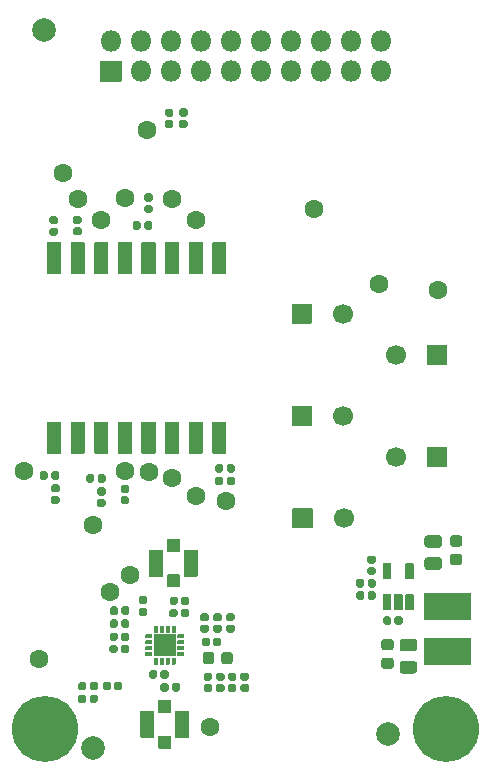
<source format=gts>
G04 #@! TF.GenerationSoftware,KiCad,Pcbnew,(5.1.10)-1*
G04 #@! TF.CreationDate,2021-10-05T13:08:05+05:30*
G04 #@! TF.ProjectId,P-1000072_Cicada Wi-Fi,502d3130-3030-4303-9732-5f4369636164,0.1*
G04 #@! TF.SameCoordinates,PX7cee6c0PY3dfd240*
G04 #@! TF.FileFunction,Soldermask,Top*
G04 #@! TF.FilePolarity,Negative*
%FSLAX46Y46*%
G04 Gerber Fmt 4.6, Leading zero omitted, Abs format (unit mm)*
G04 Created by KiCad (PCBNEW (5.1.10)-1) date 2021-10-05 13:08:05*
%MOMM*%
%LPD*%
G01*
G04 APERTURE LIST*
%ADD10O,1.800000X1.800000*%
%ADD11C,0.550000*%
%ADD12C,1.600000*%
%ADD13C,1.700000*%
%ADD14C,5.600000*%
%ADD15C,2.000000*%
G04 APERTURE END LIST*
G36*
G01*
X-2992740Y-52884900D02*
X-3387740Y-52884900D01*
G75*
G02*
X-3560240Y-52712400I0J172500D01*
G01*
X-3560240Y-52367400D01*
G75*
G02*
X-3387740Y-52194900I172500J0D01*
G01*
X-2992740Y-52194900D01*
G75*
G02*
X-2820240Y-52367400I0J-172500D01*
G01*
X-2820240Y-52712400D01*
G75*
G02*
X-2992740Y-52884900I-172500J0D01*
G01*
G37*
G36*
G01*
X-2992740Y-53854900D02*
X-3387740Y-53854900D01*
G75*
G02*
X-3560240Y-53682400I0J172500D01*
G01*
X-3560240Y-53337400D01*
G75*
G02*
X-3387740Y-53164900I172500J0D01*
G01*
X-2992740Y-53164900D01*
G75*
G02*
X-2820240Y-53337400I0J-172500D01*
G01*
X-2820240Y-53682400D01*
G75*
G02*
X-2992740Y-53854900I-172500J0D01*
G01*
G37*
D10*
X11455400Y1244600D03*
X11455400Y-1295400D03*
X8915400Y1244600D03*
X8915400Y-1295400D03*
X6375400Y1244600D03*
X6375400Y-1295400D03*
X3835400Y1244600D03*
X3835400Y-1295400D03*
X1295400Y1244600D03*
X1295400Y-1295400D03*
X-1244600Y1244600D03*
X-1244600Y-1295400D03*
X-3784600Y1244600D03*
X-3784600Y-1295400D03*
X-6324600Y1244600D03*
X-6324600Y-1295400D03*
X-8864600Y1244600D03*
X-8864600Y-1295400D03*
X-11404600Y1244600D03*
G36*
G01*
X-12254600Y-395400D02*
X-10554600Y-395400D01*
G75*
G02*
X-10504600Y-445400I0J-50000D01*
G01*
X-10504600Y-2145400D01*
G75*
G02*
X-10554600Y-2195400I-50000J0D01*
G01*
X-12254600Y-2195400D01*
G75*
G02*
X-12304600Y-2145400I0J50000D01*
G01*
X-12304600Y-445400D01*
G75*
G02*
X-12254600Y-395400I50000J0D01*
G01*
G37*
D11*
X-6387680Y-49430520D03*
X-7287680Y-49430520D03*
X-7287680Y-50330520D03*
X-6387680Y-50330520D03*
X-6837680Y-49880520D03*
G36*
G01*
X-5937680Y-50830520D02*
X-7737680Y-50830520D01*
G75*
G02*
X-7787680Y-50780520I0J50000D01*
G01*
X-7787680Y-48980520D01*
G75*
G02*
X-7737680Y-48930520I50000J0D01*
G01*
X-5937680Y-48930520D01*
G75*
G02*
X-5887680Y-48980520I0J-50000D01*
G01*
X-5887680Y-50780520D01*
G75*
G02*
X-5937680Y-50830520I-50000J0D01*
G01*
G37*
G36*
G01*
X-6262680Y-48780520D02*
X-6262680Y-48280520D01*
G75*
G02*
X-6212680Y-48230520I50000J0D01*
G01*
X-5962680Y-48230520D01*
G75*
G02*
X-5912680Y-48280520I0J-50000D01*
G01*
X-5912680Y-48780520D01*
G75*
G02*
X-5962680Y-48830520I-50000J0D01*
G01*
X-6212680Y-48830520D01*
G75*
G02*
X-6262680Y-48780520I0J50000D01*
G01*
G37*
G36*
G01*
X-6762680Y-48780520D02*
X-6762680Y-48280520D01*
G75*
G02*
X-6712680Y-48230520I50000J0D01*
G01*
X-6462680Y-48230520D01*
G75*
G02*
X-6412680Y-48280520I0J-50000D01*
G01*
X-6412680Y-48780520D01*
G75*
G02*
X-6462680Y-48830520I-50000J0D01*
G01*
X-6712680Y-48830520D01*
G75*
G02*
X-6762680Y-48780520I0J50000D01*
G01*
G37*
G36*
G01*
X-7762680Y-51480520D02*
X-7762680Y-50980520D01*
G75*
G02*
X-7712680Y-50930520I50000J0D01*
G01*
X-7462680Y-50930520D01*
G75*
G02*
X-7412680Y-50980520I0J-50000D01*
G01*
X-7412680Y-51480520D01*
G75*
G02*
X-7462680Y-51530520I-50000J0D01*
G01*
X-7712680Y-51530520D01*
G75*
G02*
X-7762680Y-51480520I0J50000D01*
G01*
G37*
G36*
G01*
X-7937680Y-49805520D02*
X-8437680Y-49805520D01*
G75*
G02*
X-8487680Y-49755520I0J50000D01*
G01*
X-8487680Y-49505520D01*
G75*
G02*
X-8437680Y-49455520I50000J0D01*
G01*
X-7937680Y-49455520D01*
G75*
G02*
X-7887680Y-49505520I0J-50000D01*
G01*
X-7887680Y-49755520D01*
G75*
G02*
X-7937680Y-49805520I-50000J0D01*
G01*
G37*
G36*
G01*
X-7762680Y-48780520D02*
X-7762680Y-48280520D01*
G75*
G02*
X-7712680Y-48230520I50000J0D01*
G01*
X-7462680Y-48230520D01*
G75*
G02*
X-7412680Y-48280520I0J-50000D01*
G01*
X-7412680Y-48780520D01*
G75*
G02*
X-7462680Y-48830520I-50000J0D01*
G01*
X-7712680Y-48830520D01*
G75*
G02*
X-7762680Y-48780520I0J50000D01*
G01*
G37*
G36*
G01*
X-5237680Y-49305520D02*
X-5737680Y-49305520D01*
G75*
G02*
X-5787680Y-49255520I0J50000D01*
G01*
X-5787680Y-49005520D01*
G75*
G02*
X-5737680Y-48955520I50000J0D01*
G01*
X-5237680Y-48955520D01*
G75*
G02*
X-5187680Y-49005520I0J-50000D01*
G01*
X-5187680Y-49255520D01*
G75*
G02*
X-5237680Y-49305520I-50000J0D01*
G01*
G37*
G36*
G01*
X-7937680Y-50805520D02*
X-8437680Y-50805520D01*
G75*
G02*
X-8487680Y-50755520I0J50000D01*
G01*
X-8487680Y-50505520D01*
G75*
G02*
X-8437680Y-50455520I50000J0D01*
G01*
X-7937680Y-50455520D01*
G75*
G02*
X-7887680Y-50505520I0J-50000D01*
G01*
X-7887680Y-50755520D01*
G75*
G02*
X-7937680Y-50805520I-50000J0D01*
G01*
G37*
G36*
G01*
X-7262680Y-48780520D02*
X-7262680Y-48280520D01*
G75*
G02*
X-7212680Y-48230520I50000J0D01*
G01*
X-6962680Y-48230520D01*
G75*
G02*
X-6912680Y-48280520I0J-50000D01*
G01*
X-6912680Y-48780520D01*
G75*
G02*
X-6962680Y-48830520I-50000J0D01*
G01*
X-7212680Y-48830520D01*
G75*
G02*
X-7262680Y-48780520I0J50000D01*
G01*
G37*
G36*
G01*
X-7937680Y-50305520D02*
X-8437680Y-50305520D01*
G75*
G02*
X-8487680Y-50255520I0J50000D01*
G01*
X-8487680Y-50005520D01*
G75*
G02*
X-8437680Y-49955520I50000J0D01*
G01*
X-7937680Y-49955520D01*
G75*
G02*
X-7887680Y-50005520I0J-50000D01*
G01*
X-7887680Y-50255520D01*
G75*
G02*
X-7937680Y-50305520I-50000J0D01*
G01*
G37*
G36*
G01*
X-7937680Y-49305520D02*
X-8437680Y-49305520D01*
G75*
G02*
X-8487680Y-49255520I0J50000D01*
G01*
X-8487680Y-49005520D01*
G75*
G02*
X-8437680Y-48955520I50000J0D01*
G01*
X-7937680Y-48955520D01*
G75*
G02*
X-7887680Y-49005520I0J-50000D01*
G01*
X-7887680Y-49255520D01*
G75*
G02*
X-7937680Y-49305520I-50000J0D01*
G01*
G37*
G36*
G01*
X-6912680Y-50980520D02*
X-6912680Y-51480520D01*
G75*
G02*
X-6962680Y-51530520I-50000J0D01*
G01*
X-7212680Y-51530520D01*
G75*
G02*
X-7262680Y-51480520I0J50000D01*
G01*
X-7262680Y-50980520D01*
G75*
G02*
X-7212680Y-50930520I50000J0D01*
G01*
X-6962680Y-50930520D01*
G75*
G02*
X-6912680Y-50980520I0J-50000D01*
G01*
G37*
G36*
G01*
X-5237680Y-50805520D02*
X-5737680Y-50805520D01*
G75*
G02*
X-5787680Y-50755520I0J50000D01*
G01*
X-5787680Y-50505520D01*
G75*
G02*
X-5737680Y-50455520I50000J0D01*
G01*
X-5237680Y-50455520D01*
G75*
G02*
X-5187680Y-50505520I0J-50000D01*
G01*
X-5187680Y-50755520D01*
G75*
G02*
X-5237680Y-50805520I-50000J0D01*
G01*
G37*
G36*
G01*
X-5237680Y-50305520D02*
X-5737680Y-50305520D01*
G75*
G02*
X-5787680Y-50255520I0J50000D01*
G01*
X-5787680Y-50005520D01*
G75*
G02*
X-5737680Y-49955520I50000J0D01*
G01*
X-5237680Y-49955520D01*
G75*
G02*
X-5187680Y-50005520I0J-50000D01*
G01*
X-5187680Y-50255520D01*
G75*
G02*
X-5237680Y-50305520I-50000J0D01*
G01*
G37*
G36*
G01*
X-5237680Y-49805520D02*
X-5737680Y-49805520D01*
G75*
G02*
X-5787680Y-49755520I0J50000D01*
G01*
X-5787680Y-49505520D01*
G75*
G02*
X-5737680Y-49455520I50000J0D01*
G01*
X-5237680Y-49455520D01*
G75*
G02*
X-5187680Y-49505520I0J-50000D01*
G01*
X-5187680Y-49755520D01*
G75*
G02*
X-5237680Y-49805520I-50000J0D01*
G01*
G37*
G36*
G01*
X-6262680Y-51480520D02*
X-6262680Y-50980520D01*
G75*
G02*
X-6212680Y-50930520I50000J0D01*
G01*
X-5962680Y-50930520D01*
G75*
G02*
X-5912680Y-50980520I0J-50000D01*
G01*
X-5912680Y-51480520D01*
G75*
G02*
X-5962680Y-51530520I-50000J0D01*
G01*
X-6212680Y-51530520D01*
G75*
G02*
X-6262680Y-51480520I0J50000D01*
G01*
G37*
G36*
G01*
X-6762680Y-51480520D02*
X-6762680Y-50980520D01*
G75*
G02*
X-6712680Y-50930520I50000J0D01*
G01*
X-6462680Y-50930520D01*
G75*
G02*
X-6412680Y-50980520I0J-50000D01*
G01*
X-6412680Y-51480520D01*
G75*
G02*
X-6462680Y-51530520I-50000J0D01*
G01*
X-6712680Y-51530520D01*
G75*
G02*
X-6762680Y-51480520I0J50000D01*
G01*
G37*
G36*
G01*
X-10840880Y-49997980D02*
X-10840880Y-50392980D01*
G75*
G02*
X-11013380Y-50565480I-172500J0D01*
G01*
X-11358380Y-50565480D01*
G75*
G02*
X-11530880Y-50392980I0J172500D01*
G01*
X-11530880Y-49997980D01*
G75*
G02*
X-11358380Y-49825480I172500J0D01*
G01*
X-11013380Y-49825480D01*
G75*
G02*
X-10840880Y-49997980I0J-172500D01*
G01*
G37*
G36*
G01*
X-9870880Y-49997980D02*
X-9870880Y-50392980D01*
G75*
G02*
X-10043380Y-50565480I-172500J0D01*
G01*
X-10388380Y-50565480D01*
G75*
G02*
X-10560880Y-50392980I0J172500D01*
G01*
X-10560880Y-49997980D01*
G75*
G02*
X-10388380Y-49825480I172500J0D01*
G01*
X-10043380Y-49825480D01*
G75*
G02*
X-9870880Y-49997980I0J-172500D01*
G01*
G37*
G36*
G01*
X-945500Y-52880100D02*
X-1340500Y-52880100D01*
G75*
G02*
X-1513000Y-52707600I0J172500D01*
G01*
X-1513000Y-52362600D01*
G75*
G02*
X-1340500Y-52190100I172500J0D01*
G01*
X-945500Y-52190100D01*
G75*
G02*
X-773000Y-52362600I0J-172500D01*
G01*
X-773000Y-52707600D01*
G75*
G02*
X-945500Y-52880100I-172500J0D01*
G01*
G37*
G36*
G01*
X-945500Y-53850100D02*
X-1340500Y-53850100D01*
G75*
G02*
X-1513000Y-53677600I0J172500D01*
G01*
X-1513000Y-53332600D01*
G75*
G02*
X-1340500Y-53160100I172500J0D01*
G01*
X-945500Y-53160100D01*
G75*
G02*
X-773000Y-53332600I0J-172500D01*
G01*
X-773000Y-53677600D01*
G75*
G02*
X-945500Y-53850100I-172500J0D01*
G01*
G37*
D12*
X-12893040Y-39702740D03*
D13*
X8280400Y-30457140D03*
G36*
G01*
X3930400Y-31257140D02*
X3930400Y-29657140D01*
G75*
G02*
X3980400Y-29607140I50000J0D01*
G01*
X5580400Y-29607140D01*
G75*
G02*
X5630400Y-29657140I0J-50000D01*
G01*
X5630400Y-31257140D01*
G75*
G02*
X5580400Y-31307140I-50000J0D01*
G01*
X3980400Y-31307140D01*
G75*
G02*
X3930400Y-31257140I0J50000D01*
G01*
G37*
X8239760Y-21798280D03*
G36*
G01*
X3889760Y-22598280D02*
X3889760Y-20998280D01*
G75*
G02*
X3939760Y-20948280I50000J0D01*
G01*
X5539760Y-20948280D01*
G75*
G02*
X5589760Y-20998280I0J-50000D01*
G01*
X5589760Y-22598280D01*
G75*
G02*
X5539760Y-22648280I-50000J0D01*
G01*
X3939760Y-22648280D01*
G75*
G02*
X3889760Y-22598280I0J50000D01*
G01*
G37*
G36*
G01*
X-11402500Y-53132340D02*
X-11402500Y-53527340D01*
G75*
G02*
X-11575000Y-53699840I-172500J0D01*
G01*
X-11920000Y-53699840D01*
G75*
G02*
X-12092500Y-53527340I0J172500D01*
G01*
X-12092500Y-53132340D01*
G75*
G02*
X-11920000Y-52959840I172500J0D01*
G01*
X-11575000Y-52959840D01*
G75*
G02*
X-11402500Y-53132340I0J-172500D01*
G01*
G37*
G36*
G01*
X-10432500Y-53132340D02*
X-10432500Y-53527340D01*
G75*
G02*
X-10605000Y-53699840I-172500J0D01*
G01*
X-10950000Y-53699840D01*
G75*
G02*
X-11122500Y-53527340I0J172500D01*
G01*
X-11122500Y-53132340D01*
G75*
G02*
X-10950000Y-52959840I172500J0D01*
G01*
X-10605000Y-52959840D01*
G75*
G02*
X-10432500Y-53132340I0J-172500D01*
G01*
G37*
G36*
G01*
X-16438260Y-14531500D02*
X-16043260Y-14531500D01*
G75*
G02*
X-15870760Y-14704000I0J-172500D01*
G01*
X-15870760Y-15049000D01*
G75*
G02*
X-16043260Y-15221500I-172500J0D01*
G01*
X-16438260Y-15221500D01*
G75*
G02*
X-16610760Y-15049000I0J172500D01*
G01*
X-16610760Y-14704000D01*
G75*
G02*
X-16438260Y-14531500I172500J0D01*
G01*
G37*
G36*
G01*
X-16438260Y-13561500D02*
X-16043260Y-13561500D01*
G75*
G02*
X-15870760Y-13734000I0J-172500D01*
G01*
X-15870760Y-14079000D01*
G75*
G02*
X-16043260Y-14251500I-172500J0D01*
G01*
X-16438260Y-14251500D01*
G75*
G02*
X-16610760Y-14079000I0J172500D01*
G01*
X-16610760Y-13734000D01*
G75*
G02*
X-16438260Y-13561500I172500J0D01*
G01*
G37*
G36*
G01*
X-14449440Y-14496220D02*
X-14054440Y-14496220D01*
G75*
G02*
X-13881940Y-14668720I0J-172500D01*
G01*
X-13881940Y-15013720D01*
G75*
G02*
X-14054440Y-15186220I-172500J0D01*
G01*
X-14449440Y-15186220D01*
G75*
G02*
X-14621940Y-15013720I0J172500D01*
G01*
X-14621940Y-14668720D01*
G75*
G02*
X-14449440Y-14496220I172500J0D01*
G01*
G37*
G36*
G01*
X-14449440Y-13526220D02*
X-14054440Y-13526220D01*
G75*
G02*
X-13881940Y-13698720I0J-172500D01*
G01*
X-13881940Y-14043720D01*
G75*
G02*
X-14054440Y-14216220I-172500J0D01*
G01*
X-14449440Y-14216220D01*
G75*
G02*
X-14621940Y-14043720I0J172500D01*
G01*
X-14621940Y-13698720D01*
G75*
G02*
X-14449440Y-13526220I172500J0D01*
G01*
G37*
G36*
G01*
X-10415920Y-37272120D02*
X-10020920Y-37272120D01*
G75*
G02*
X-9848420Y-37444620I0J-172500D01*
G01*
X-9848420Y-37789620D01*
G75*
G02*
X-10020920Y-37962120I-172500J0D01*
G01*
X-10415920Y-37962120D01*
G75*
G02*
X-10588420Y-37789620I0J172500D01*
G01*
X-10588420Y-37444620D01*
G75*
G02*
X-10415920Y-37272120I172500J0D01*
G01*
G37*
G36*
G01*
X-10415920Y-36302120D02*
X-10020920Y-36302120D01*
G75*
G02*
X-9848420Y-36474620I0J-172500D01*
G01*
X-9848420Y-36819620D01*
G75*
G02*
X-10020920Y-36992120I-172500J0D01*
G01*
X-10415920Y-36992120D01*
G75*
G02*
X-10588420Y-36819620I0J172500D01*
G01*
X-10588420Y-36474620D01*
G75*
G02*
X-10415920Y-36302120I172500J0D01*
G01*
G37*
G36*
G01*
X-13192320Y-53532420D02*
X-13192320Y-53137420D01*
G75*
G02*
X-13019820Y-52964920I172500J0D01*
G01*
X-12674820Y-52964920D01*
G75*
G02*
X-12502320Y-53137420I0J-172500D01*
G01*
X-12502320Y-53532420D01*
G75*
G02*
X-12674820Y-53704920I-172500J0D01*
G01*
X-13019820Y-53704920D01*
G75*
G02*
X-13192320Y-53532420I0J172500D01*
G01*
G37*
G36*
G01*
X-14162320Y-53532420D02*
X-14162320Y-53137420D01*
G75*
G02*
X-13989820Y-52964920I172500J0D01*
G01*
X-13644820Y-52964920D01*
G75*
G02*
X-13472320Y-53137420I0J-172500D01*
G01*
X-13472320Y-53532420D01*
G75*
G02*
X-13644820Y-53704920I-172500J0D01*
G01*
X-13989820Y-53704920D01*
G75*
G02*
X-14162320Y-53532420I0J172500D01*
G01*
G37*
G36*
G01*
X-5753400Y-45933980D02*
X-5753400Y-46328980D01*
G75*
G02*
X-5925900Y-46501480I-172500J0D01*
G01*
X-6270900Y-46501480D01*
G75*
G02*
X-6443400Y-46328980I0J172500D01*
G01*
X-6443400Y-45933980D01*
G75*
G02*
X-6270900Y-45761480I172500J0D01*
G01*
X-5925900Y-45761480D01*
G75*
G02*
X-5753400Y-45933980I0J-172500D01*
G01*
G37*
G36*
G01*
X-4783400Y-45933980D02*
X-4783400Y-46328980D01*
G75*
G02*
X-4955900Y-46501480I-172500J0D01*
G01*
X-5300900Y-46501480D01*
G75*
G02*
X-5473400Y-46328980I0J172500D01*
G01*
X-5473400Y-45933980D01*
G75*
G02*
X-5300900Y-45761480I172500J0D01*
G01*
X-4955900Y-45761480D01*
G75*
G02*
X-4783400Y-45933980I0J-172500D01*
G01*
G37*
G36*
G01*
X-8422020Y-12601380D02*
X-8027020Y-12601380D01*
G75*
G02*
X-7854520Y-12773880I0J-172500D01*
G01*
X-7854520Y-13118880D01*
G75*
G02*
X-8027020Y-13291380I-172500J0D01*
G01*
X-8422020Y-13291380D01*
G75*
G02*
X-8594520Y-13118880I0J172500D01*
G01*
X-8594520Y-12773880D01*
G75*
G02*
X-8422020Y-12601380I172500J0D01*
G01*
G37*
G36*
G01*
X-8422020Y-11631380D02*
X-8027020Y-11631380D01*
G75*
G02*
X-7854520Y-11803880I0J-172500D01*
G01*
X-7854520Y-12148880D01*
G75*
G02*
X-8027020Y-12321380I-172500J0D01*
G01*
X-8422020Y-12321380D01*
G75*
G02*
X-8594520Y-12148880I0J172500D01*
G01*
X-8594520Y-11803880D01*
G75*
G02*
X-8422020Y-11631380I172500J0D01*
G01*
G37*
G36*
G01*
X-15923880Y-36949220D02*
X-16318880Y-36949220D01*
G75*
G02*
X-16491380Y-36776720I0J172500D01*
G01*
X-16491380Y-36431720D01*
G75*
G02*
X-16318880Y-36259220I172500J0D01*
G01*
X-15923880Y-36259220D01*
G75*
G02*
X-15751380Y-36431720I0J-172500D01*
G01*
X-15751380Y-36776720D01*
G75*
G02*
X-15923880Y-36949220I-172500J0D01*
G01*
G37*
G36*
G01*
X-15923880Y-37919220D02*
X-16318880Y-37919220D01*
G75*
G02*
X-16491380Y-37746720I0J172500D01*
G01*
X-16491380Y-37401720D01*
G75*
G02*
X-16318880Y-37229220I172500J0D01*
G01*
X-15923880Y-37229220D01*
G75*
G02*
X-15751380Y-37401720I0J-172500D01*
G01*
X-15751380Y-37746720D01*
G75*
G02*
X-15923880Y-37919220I-172500J0D01*
G01*
G37*
G36*
G01*
X-12422520Y-37493380D02*
X-12027520Y-37493380D01*
G75*
G02*
X-11855020Y-37665880I0J-172500D01*
G01*
X-11855020Y-38010880D01*
G75*
G02*
X-12027520Y-38183380I-172500J0D01*
G01*
X-12422520Y-38183380D01*
G75*
G02*
X-12595020Y-38010880I0J172500D01*
G01*
X-12595020Y-37665880D01*
G75*
G02*
X-12422520Y-37493380I172500J0D01*
G01*
G37*
G36*
G01*
X-12422520Y-36523380D02*
X-12027520Y-36523380D01*
G75*
G02*
X-11855020Y-36695880I0J-172500D01*
G01*
X-11855020Y-37040880D01*
G75*
G02*
X-12027520Y-37213380I-172500J0D01*
G01*
X-12422520Y-37213380D01*
G75*
G02*
X-12595020Y-37040880I0J172500D01*
G01*
X-12595020Y-36695880D01*
G75*
G02*
X-12422520Y-36523380I172500J0D01*
G01*
G37*
G36*
G01*
X-8592660Y-14540880D02*
X-8592660Y-14145880D01*
G75*
G02*
X-8420160Y-13973380I172500J0D01*
G01*
X-8075160Y-13973380D01*
G75*
G02*
X-7902660Y-14145880I0J-172500D01*
G01*
X-7902660Y-14540880D01*
G75*
G02*
X-8075160Y-14713380I-172500J0D01*
G01*
X-8420160Y-14713380D01*
G75*
G02*
X-8592660Y-14540880I0J172500D01*
G01*
G37*
G36*
G01*
X-9562660Y-14540880D02*
X-9562660Y-14145880D01*
G75*
G02*
X-9390160Y-13973380I172500J0D01*
G01*
X-9045160Y-13973380D01*
G75*
G02*
X-8872660Y-14145880I0J-172500D01*
G01*
X-8872660Y-14540880D01*
G75*
G02*
X-9045160Y-14713380I-172500J0D01*
G01*
X-9390160Y-14713380D01*
G75*
G02*
X-9562660Y-14540880I0J172500D01*
G01*
G37*
G36*
G01*
X-1885120Y-35771440D02*
X-1885120Y-36166440D01*
G75*
G02*
X-2057620Y-36338940I-172500J0D01*
G01*
X-2402620Y-36338940D01*
G75*
G02*
X-2575120Y-36166440I0J172500D01*
G01*
X-2575120Y-35771440D01*
G75*
G02*
X-2402620Y-35598940I172500J0D01*
G01*
X-2057620Y-35598940D01*
G75*
G02*
X-1885120Y-35771440I0J-172500D01*
G01*
G37*
G36*
G01*
X-915120Y-35771440D02*
X-915120Y-36166440D01*
G75*
G02*
X-1087620Y-36338940I-172500J0D01*
G01*
X-1432620Y-36338940D01*
G75*
G02*
X-1605120Y-36166440I0J172500D01*
G01*
X-1605120Y-35771440D01*
G75*
G02*
X-1432620Y-35598940I172500J0D01*
G01*
X-1087620Y-35598940D01*
G75*
G02*
X-915120Y-35771440I0J-172500D01*
G01*
G37*
G36*
G01*
X-1885120Y-34699560D02*
X-1885120Y-35094560D01*
G75*
G02*
X-2057620Y-35267060I-172500J0D01*
G01*
X-2402620Y-35267060D01*
G75*
G02*
X-2575120Y-35094560I0J172500D01*
G01*
X-2575120Y-34699560D01*
G75*
G02*
X-2402620Y-34527060I172500J0D01*
G01*
X-2057620Y-34527060D01*
G75*
G02*
X-1885120Y-34699560I0J-172500D01*
G01*
G37*
G36*
G01*
X-915120Y-34699560D02*
X-915120Y-35094560D01*
G75*
G02*
X-1087620Y-35267060I-172500J0D01*
G01*
X-1432620Y-35267060D01*
G75*
G02*
X-1605120Y-35094560I0J172500D01*
G01*
X-1605120Y-34699560D01*
G75*
G02*
X-1432620Y-34527060I172500J0D01*
G01*
X-1087620Y-34527060D01*
G75*
G02*
X-915120Y-34699560I0J-172500D01*
G01*
G37*
G36*
G01*
X-16461300Y-35704160D02*
X-16461300Y-35309160D01*
G75*
G02*
X-16288800Y-35136660I172500J0D01*
G01*
X-15943800Y-35136660D01*
G75*
G02*
X-15771300Y-35309160I0J-172500D01*
G01*
X-15771300Y-35704160D01*
G75*
G02*
X-15943800Y-35876660I-172500J0D01*
G01*
X-16288800Y-35876660D01*
G75*
G02*
X-16461300Y-35704160I0J172500D01*
G01*
G37*
G36*
G01*
X-17431300Y-35704160D02*
X-17431300Y-35309160D01*
G75*
G02*
X-17258800Y-35136660I172500J0D01*
G01*
X-16913800Y-35136660D01*
G75*
G02*
X-16741300Y-35309160I0J-172500D01*
G01*
X-16741300Y-35704160D01*
G75*
G02*
X-16913800Y-35876660I-172500J0D01*
G01*
X-17258800Y-35876660D01*
G75*
G02*
X-17431300Y-35704160I0J172500D01*
G01*
G37*
G36*
G01*
X-12529380Y-35945460D02*
X-12529380Y-35550460D01*
G75*
G02*
X-12356880Y-35377960I172500J0D01*
G01*
X-12011880Y-35377960D01*
G75*
G02*
X-11839380Y-35550460I0J-172500D01*
G01*
X-11839380Y-35945460D01*
G75*
G02*
X-12011880Y-36117960I-172500J0D01*
G01*
X-12356880Y-36117960D01*
G75*
G02*
X-12529380Y-35945460I0J172500D01*
G01*
G37*
G36*
G01*
X-13499380Y-35945460D02*
X-13499380Y-35550460D01*
G75*
G02*
X-13326880Y-35377960I172500J0D01*
G01*
X-12981880Y-35377960D01*
G75*
G02*
X-12809380Y-35550460I0J-172500D01*
G01*
X-12809380Y-35945460D01*
G75*
G02*
X-12981880Y-36117960I-172500J0D01*
G01*
X-13326880Y-36117960D01*
G75*
G02*
X-13499380Y-35945460I0J172500D01*
G01*
G37*
D12*
X-3004820Y-56794400D03*
X-11493500Y-45394880D03*
X-9814560Y-43967400D03*
G36*
G01*
X-4802920Y-55479900D02*
X-4802920Y-57679900D01*
G75*
G02*
X-4852920Y-57729900I-50000J0D01*
G01*
X-5902920Y-57729900D01*
G75*
G02*
X-5952920Y-57679900I0J50000D01*
G01*
X-5952920Y-55479900D01*
G75*
G02*
X-5902920Y-55429900I50000J0D01*
G01*
X-4852920Y-55429900D01*
G75*
G02*
X-4802920Y-55479900I0J-50000D01*
G01*
G37*
G36*
G01*
X-7752920Y-55479900D02*
X-7752920Y-57679900D01*
G75*
G02*
X-7802920Y-57729900I-50000J0D01*
G01*
X-8852920Y-57729900D01*
G75*
G02*
X-8902920Y-57679900I0J50000D01*
G01*
X-8902920Y-55479900D01*
G75*
G02*
X-8852920Y-55429900I50000J0D01*
G01*
X-7802920Y-55429900D01*
G75*
G02*
X-7752920Y-55479900I0J-50000D01*
G01*
G37*
G36*
G01*
X-6302920Y-57579900D02*
X-6302920Y-58579900D01*
G75*
G02*
X-6352920Y-58629900I-50000J0D01*
G01*
X-7352920Y-58629900D01*
G75*
G02*
X-7402920Y-58579900I0J50000D01*
G01*
X-7402920Y-57579900D01*
G75*
G02*
X-7352920Y-57529900I50000J0D01*
G01*
X-6352920Y-57529900D01*
G75*
G02*
X-6302920Y-57579900I0J-50000D01*
G01*
G37*
G36*
G01*
X-6302920Y-54579900D02*
X-6302920Y-55579900D01*
G75*
G02*
X-6352920Y-55629900I-50000J0D01*
G01*
X-7352920Y-55629900D01*
G75*
G02*
X-7402920Y-55579900I0J50000D01*
G01*
X-7402920Y-54579900D01*
G75*
G02*
X-7352920Y-54529900I50000J0D01*
G01*
X-6352920Y-54529900D01*
G75*
G02*
X-6302920Y-54579900I0J-50000D01*
G01*
G37*
X-17454880Y-51069240D03*
G36*
G01*
X-2054680Y-51253970D02*
X-2054680Y-50691470D01*
G75*
G02*
X-1810930Y-50447720I243750J0D01*
G01*
X-1323430Y-50447720D01*
G75*
G02*
X-1079680Y-50691470I0J-243750D01*
G01*
X-1079680Y-51253970D01*
G75*
G02*
X-1323430Y-51497720I-243750J0D01*
G01*
X-1810930Y-51497720D01*
G75*
G02*
X-2054680Y-51253970I0J243750D01*
G01*
G37*
G36*
G01*
X-3629680Y-51253970D02*
X-3629680Y-50691470D01*
G75*
G02*
X-3385930Y-50447720I243750J0D01*
G01*
X-2898430Y-50447720D01*
G75*
G02*
X-2654680Y-50691470I0J-243750D01*
G01*
X-2654680Y-51253970D01*
G75*
G02*
X-2898430Y-51497720I-243750J0D01*
G01*
X-3385930Y-51497720D01*
G75*
G02*
X-3629680Y-51253970I0J243750D01*
G01*
G37*
G36*
G01*
X-3030380Y-49418860D02*
X-3030380Y-49813860D01*
G75*
G02*
X-3202880Y-49986360I-172500J0D01*
G01*
X-3547880Y-49986360D01*
G75*
G02*
X-3720380Y-49813860I0J172500D01*
G01*
X-3720380Y-49418860D01*
G75*
G02*
X-3547880Y-49246360I172500J0D01*
G01*
X-3202880Y-49246360D01*
G75*
G02*
X-3030380Y-49418860I0J-172500D01*
G01*
G37*
G36*
G01*
X-2060380Y-49418860D02*
X-2060380Y-49813860D01*
G75*
G02*
X-2232880Y-49986360I-172500J0D01*
G01*
X-2577880Y-49986360D01*
G75*
G02*
X-2750380Y-49813860I0J172500D01*
G01*
X-2750380Y-49418860D01*
G75*
G02*
X-2577880Y-49246360I172500J0D01*
G01*
X-2232880Y-49246360D01*
G75*
G02*
X-2060380Y-49418860I0J-172500D01*
G01*
G37*
G36*
G01*
X-10525320Y-47154480D02*
X-10525320Y-46759480D01*
G75*
G02*
X-10352820Y-46586980I172500J0D01*
G01*
X-10007820Y-46586980D01*
G75*
G02*
X-9835320Y-46759480I0J-172500D01*
G01*
X-9835320Y-47154480D01*
G75*
G02*
X-10007820Y-47326980I-172500J0D01*
G01*
X-10352820Y-47326980D01*
G75*
G02*
X-10525320Y-47154480I0J172500D01*
G01*
G37*
G36*
G01*
X-11495320Y-47154480D02*
X-11495320Y-46759480D01*
G75*
G02*
X-11322820Y-46586980I172500J0D01*
G01*
X-10977820Y-46586980D01*
G75*
G02*
X-10805320Y-46759480I0J-172500D01*
G01*
X-10805320Y-47154480D01*
G75*
G02*
X-10977820Y-47326980I-172500J0D01*
G01*
X-11322820Y-47326980D01*
G75*
G02*
X-11495320Y-47154480I0J172500D01*
G01*
G37*
G36*
G01*
X116220Y-52880100D02*
X-278780Y-52880100D01*
G75*
G02*
X-451280Y-52707600I0J172500D01*
G01*
X-451280Y-52362600D01*
G75*
G02*
X-278780Y-52190100I172500J0D01*
G01*
X116220Y-52190100D01*
G75*
G02*
X288720Y-52362600I0J-172500D01*
G01*
X288720Y-52707600D01*
G75*
G02*
X116220Y-52880100I-172500J0D01*
G01*
G37*
G36*
G01*
X116220Y-53850100D02*
X-278780Y-53850100D01*
G75*
G02*
X-451280Y-53677600I0J172500D01*
G01*
X-451280Y-53332600D01*
G75*
G02*
X-278780Y-53160100I172500J0D01*
G01*
X116220Y-53160100D01*
G75*
G02*
X288720Y-53332600I0J-172500D01*
G01*
X288720Y-53677600D01*
G75*
G02*
X116220Y-53850100I-172500J0D01*
G01*
G37*
G36*
G01*
X-1956420Y-52885180D02*
X-2351420Y-52885180D01*
G75*
G02*
X-2523920Y-52712680I0J172500D01*
G01*
X-2523920Y-52367680D01*
G75*
G02*
X-2351420Y-52195180I172500J0D01*
G01*
X-1956420Y-52195180D01*
G75*
G02*
X-1783920Y-52367680I0J-172500D01*
G01*
X-1783920Y-52712680D01*
G75*
G02*
X-1956420Y-52885180I-172500J0D01*
G01*
G37*
G36*
G01*
X-1956420Y-53855180D02*
X-2351420Y-53855180D01*
G75*
G02*
X-2523920Y-53682680I0J172500D01*
G01*
X-2523920Y-53337680D01*
G75*
G02*
X-2351420Y-53165180I172500J0D01*
G01*
X-1956420Y-53165180D01*
G75*
G02*
X-1783920Y-53337680I0J-172500D01*
G01*
X-1783920Y-53682680D01*
G75*
G02*
X-1956420Y-53855180I-172500J0D01*
G01*
G37*
G36*
G01*
X-3684920Y-48135980D02*
X-3289920Y-48135980D01*
G75*
G02*
X-3117420Y-48308480I0J-172500D01*
G01*
X-3117420Y-48653480D01*
G75*
G02*
X-3289920Y-48825980I-172500J0D01*
G01*
X-3684920Y-48825980D01*
G75*
G02*
X-3857420Y-48653480I0J172500D01*
G01*
X-3857420Y-48308480D01*
G75*
G02*
X-3684920Y-48135980I172500J0D01*
G01*
G37*
G36*
G01*
X-3684920Y-47165980D02*
X-3289920Y-47165980D01*
G75*
G02*
X-3117420Y-47338480I0J-172500D01*
G01*
X-3117420Y-47683480D01*
G75*
G02*
X-3289920Y-47855980I-172500J0D01*
G01*
X-3684920Y-47855980D01*
G75*
G02*
X-3857420Y-47683480I0J172500D01*
G01*
X-3857420Y-47338480D01*
G75*
G02*
X-3684920Y-47165980I172500J0D01*
G01*
G37*
G36*
G01*
X-2574940Y-48130620D02*
X-2179940Y-48130620D01*
G75*
G02*
X-2007440Y-48303120I0J-172500D01*
G01*
X-2007440Y-48648120D01*
G75*
G02*
X-2179940Y-48820620I-172500J0D01*
G01*
X-2574940Y-48820620D01*
G75*
G02*
X-2747440Y-48648120I0J172500D01*
G01*
X-2747440Y-48303120D01*
G75*
G02*
X-2574940Y-48130620I172500J0D01*
G01*
G37*
G36*
G01*
X-2574940Y-47160620D02*
X-2179940Y-47160620D01*
G75*
G02*
X-2007440Y-47333120I0J-172500D01*
G01*
X-2007440Y-47678120D01*
G75*
G02*
X-2179940Y-47850620I-172500J0D01*
G01*
X-2574940Y-47850620D01*
G75*
G02*
X-2747440Y-47678120I0J172500D01*
G01*
X-2747440Y-47333120D01*
G75*
G02*
X-2574940Y-47160620I172500J0D01*
G01*
G37*
G36*
G01*
X-1487820Y-48133440D02*
X-1092820Y-48133440D01*
G75*
G02*
X-920320Y-48305940I0J-172500D01*
G01*
X-920320Y-48650940D01*
G75*
G02*
X-1092820Y-48823440I-172500J0D01*
G01*
X-1487820Y-48823440D01*
G75*
G02*
X-1660320Y-48650940I0J172500D01*
G01*
X-1660320Y-48305940D01*
G75*
G02*
X-1487820Y-48133440I172500J0D01*
G01*
G37*
G36*
G01*
X-1487820Y-47163440D02*
X-1092820Y-47163440D01*
G75*
G02*
X-920320Y-47335940I0J-172500D01*
G01*
X-920320Y-47680940D01*
G75*
G02*
X-1092820Y-47853440I-172500J0D01*
G01*
X-1487820Y-47853440D01*
G75*
G02*
X-1660320Y-47680940I0J172500D01*
G01*
X-1660320Y-47335940D01*
G75*
G02*
X-1487820Y-47163440I172500J0D01*
G01*
G37*
G36*
G01*
X-10831000Y-48979440D02*
X-10831000Y-49374440D01*
G75*
G02*
X-11003500Y-49546940I-172500J0D01*
G01*
X-11348500Y-49546940D01*
G75*
G02*
X-11521000Y-49374440I0J172500D01*
G01*
X-11521000Y-48979440D01*
G75*
G02*
X-11348500Y-48806940I172500J0D01*
G01*
X-11003500Y-48806940D01*
G75*
G02*
X-10831000Y-48979440I0J-172500D01*
G01*
G37*
G36*
G01*
X-9861000Y-48979440D02*
X-9861000Y-49374440D01*
G75*
G02*
X-10033500Y-49546940I-172500J0D01*
G01*
X-10378500Y-49546940D01*
G75*
G02*
X-10551000Y-49374440I0J172500D01*
G01*
X-10551000Y-48979440D01*
G75*
G02*
X-10378500Y-48806940I172500J0D01*
G01*
X-10033500Y-48806940D01*
G75*
G02*
X-9861000Y-48979440I0J-172500D01*
G01*
G37*
G36*
G01*
X-10815760Y-47866920D02*
X-10815760Y-48261920D01*
G75*
G02*
X-10988260Y-48434420I-172500J0D01*
G01*
X-11333260Y-48434420D01*
G75*
G02*
X-11505760Y-48261920I0J172500D01*
G01*
X-11505760Y-47866920D01*
G75*
G02*
X-11333260Y-47694420I172500J0D01*
G01*
X-10988260Y-47694420D01*
G75*
G02*
X-10815760Y-47866920I0J-172500D01*
G01*
G37*
G36*
G01*
X-9845760Y-47866920D02*
X-9845760Y-48261920D01*
G75*
G02*
X-10018260Y-48434420I-172500J0D01*
G01*
X-10363260Y-48434420D01*
G75*
G02*
X-10535760Y-48261920I0J172500D01*
G01*
X-10535760Y-47866920D01*
G75*
G02*
X-10363260Y-47694420I172500J0D01*
G01*
X-10018260Y-47694420D01*
G75*
G02*
X-9845760Y-47866920I0J-172500D01*
G01*
G37*
G36*
G01*
X-8881760Y-46700600D02*
X-8486760Y-46700600D01*
G75*
G02*
X-8314260Y-46873100I0J-172500D01*
G01*
X-8314260Y-47218100D01*
G75*
G02*
X-8486760Y-47390600I-172500J0D01*
G01*
X-8881760Y-47390600D01*
G75*
G02*
X-9054260Y-47218100I0J172500D01*
G01*
X-9054260Y-46873100D01*
G75*
G02*
X-8881760Y-46700600I172500J0D01*
G01*
G37*
G36*
G01*
X-8881760Y-45730600D02*
X-8486760Y-45730600D01*
G75*
G02*
X-8314260Y-45903100I0J-172500D01*
G01*
X-8314260Y-46248100D01*
G75*
G02*
X-8486760Y-46420600I-172500J0D01*
G01*
X-8881760Y-46420600D01*
G75*
G02*
X-9054260Y-46248100I0J172500D01*
G01*
X-9054260Y-45903100D01*
G75*
G02*
X-8881760Y-45730600I172500J0D01*
G01*
G37*
G36*
G01*
X-13670000Y-18460000D02*
X-14770000Y-18460000D01*
G75*
G02*
X-14820000Y-18410000I0J50000D01*
G01*
X-14820000Y-15810000D01*
G75*
G02*
X-14770000Y-15760000I50000J0D01*
G01*
X-13670000Y-15760000D01*
G75*
G02*
X-13620000Y-15810000I0J-50000D01*
G01*
X-13620000Y-18410000D01*
G75*
G02*
X-13670000Y-18460000I-50000J0D01*
G01*
G37*
G36*
G01*
X-11670000Y-18460000D02*
X-12770000Y-18460000D01*
G75*
G02*
X-12820000Y-18410000I0J50000D01*
G01*
X-12820000Y-15810000D01*
G75*
G02*
X-12770000Y-15760000I50000J0D01*
G01*
X-11670000Y-15760000D01*
G75*
G02*
X-11620000Y-15810000I0J-50000D01*
G01*
X-11620000Y-18410000D01*
G75*
G02*
X-11670000Y-18460000I-50000J0D01*
G01*
G37*
G36*
G01*
X-5670000Y-18460000D02*
X-6770000Y-18460000D01*
G75*
G02*
X-6820000Y-18410000I0J50000D01*
G01*
X-6820000Y-15810000D01*
G75*
G02*
X-6770000Y-15760000I50000J0D01*
G01*
X-5670000Y-15760000D01*
G75*
G02*
X-5620000Y-15810000I0J-50000D01*
G01*
X-5620000Y-18410000D01*
G75*
G02*
X-5670000Y-18460000I-50000J0D01*
G01*
G37*
G36*
G01*
X-3670000Y-33660000D02*
X-4770000Y-33660000D01*
G75*
G02*
X-4820000Y-33610000I0J50000D01*
G01*
X-4820000Y-31010000D01*
G75*
G02*
X-4770000Y-30960000I50000J0D01*
G01*
X-3670000Y-30960000D01*
G75*
G02*
X-3620000Y-31010000I0J-50000D01*
G01*
X-3620000Y-33610000D01*
G75*
G02*
X-3670000Y-33660000I-50000J0D01*
G01*
G37*
G36*
G01*
X-3670000Y-18460000D02*
X-4770000Y-18460000D01*
G75*
G02*
X-4820000Y-18410000I0J50000D01*
G01*
X-4820000Y-15810000D01*
G75*
G02*
X-4770000Y-15760000I50000J0D01*
G01*
X-3670000Y-15760000D01*
G75*
G02*
X-3620000Y-15810000I0J-50000D01*
G01*
X-3620000Y-18410000D01*
G75*
G02*
X-3670000Y-18460000I-50000J0D01*
G01*
G37*
G36*
G01*
X-1670000Y-33660000D02*
X-2770000Y-33660000D01*
G75*
G02*
X-2820000Y-33610000I0J50000D01*
G01*
X-2820000Y-31010000D01*
G75*
G02*
X-2770000Y-30960000I50000J0D01*
G01*
X-1670000Y-30960000D01*
G75*
G02*
X-1620000Y-31010000I0J-50000D01*
G01*
X-1620000Y-33610000D01*
G75*
G02*
X-1670000Y-33660000I-50000J0D01*
G01*
G37*
G36*
G01*
X-11670000Y-33660000D02*
X-12770000Y-33660000D01*
G75*
G02*
X-12820000Y-33610000I0J50000D01*
G01*
X-12820000Y-31010000D01*
G75*
G02*
X-12770000Y-30960000I50000J0D01*
G01*
X-11670000Y-30960000D01*
G75*
G02*
X-11620000Y-31010000I0J-50000D01*
G01*
X-11620000Y-33610000D01*
G75*
G02*
X-11670000Y-33660000I-50000J0D01*
G01*
G37*
G36*
G01*
X-15670000Y-18460000D02*
X-16770000Y-18460000D01*
G75*
G02*
X-16820000Y-18410000I0J50000D01*
G01*
X-16820000Y-15810000D01*
G75*
G02*
X-16770000Y-15760000I50000J0D01*
G01*
X-15670000Y-15760000D01*
G75*
G02*
X-15620000Y-15810000I0J-50000D01*
G01*
X-15620000Y-18410000D01*
G75*
G02*
X-15670000Y-18460000I-50000J0D01*
G01*
G37*
G36*
G01*
X-7670000Y-33660000D02*
X-8770000Y-33660000D01*
G75*
G02*
X-8820000Y-33610000I0J50000D01*
G01*
X-8820000Y-31010000D01*
G75*
G02*
X-8770000Y-30960000I50000J0D01*
G01*
X-7670000Y-30960000D01*
G75*
G02*
X-7620000Y-31010000I0J-50000D01*
G01*
X-7620000Y-33610000D01*
G75*
G02*
X-7670000Y-33660000I-50000J0D01*
G01*
G37*
G36*
G01*
X-9670000Y-18460000D02*
X-10770000Y-18460000D01*
G75*
G02*
X-10820000Y-18410000I0J50000D01*
G01*
X-10820000Y-15810000D01*
G75*
G02*
X-10770000Y-15760000I50000J0D01*
G01*
X-9670000Y-15760000D01*
G75*
G02*
X-9620000Y-15810000I0J-50000D01*
G01*
X-9620000Y-18410000D01*
G75*
G02*
X-9670000Y-18460000I-50000J0D01*
G01*
G37*
G36*
G01*
X-7670000Y-18460000D02*
X-8770000Y-18460000D01*
G75*
G02*
X-8820000Y-18410000I0J50000D01*
G01*
X-8820000Y-15810000D01*
G75*
G02*
X-8770000Y-15760000I50000J0D01*
G01*
X-7670000Y-15760000D01*
G75*
G02*
X-7620000Y-15810000I0J-50000D01*
G01*
X-7620000Y-18410000D01*
G75*
G02*
X-7670000Y-18460000I-50000J0D01*
G01*
G37*
G36*
G01*
X-5670000Y-33660000D02*
X-6770000Y-33660000D01*
G75*
G02*
X-6820000Y-33610000I0J50000D01*
G01*
X-6820000Y-31010000D01*
G75*
G02*
X-6770000Y-30960000I50000J0D01*
G01*
X-5670000Y-30960000D01*
G75*
G02*
X-5620000Y-31010000I0J-50000D01*
G01*
X-5620000Y-33610000D01*
G75*
G02*
X-5670000Y-33660000I-50000J0D01*
G01*
G37*
G36*
G01*
X-9670000Y-33660000D02*
X-10770000Y-33660000D01*
G75*
G02*
X-10820000Y-33610000I0J50000D01*
G01*
X-10820000Y-31010000D01*
G75*
G02*
X-10770000Y-30960000I50000J0D01*
G01*
X-9670000Y-30960000D01*
G75*
G02*
X-9620000Y-31010000I0J-50000D01*
G01*
X-9620000Y-33610000D01*
G75*
G02*
X-9670000Y-33660000I-50000J0D01*
G01*
G37*
G36*
G01*
X-1670000Y-18460000D02*
X-2770000Y-18460000D01*
G75*
G02*
X-2820000Y-18410000I0J50000D01*
G01*
X-2820000Y-15810000D01*
G75*
G02*
X-2770000Y-15760000I50000J0D01*
G01*
X-1670000Y-15760000D01*
G75*
G02*
X-1620000Y-15810000I0J-50000D01*
G01*
X-1620000Y-18410000D01*
G75*
G02*
X-1670000Y-18460000I-50000J0D01*
G01*
G37*
G36*
G01*
X-13670000Y-33660000D02*
X-14770000Y-33660000D01*
G75*
G02*
X-14820000Y-33610000I0J50000D01*
G01*
X-14820000Y-31010000D01*
G75*
G02*
X-14770000Y-30960000I50000J0D01*
G01*
X-13670000Y-30960000D01*
G75*
G02*
X-13620000Y-31010000I0J-50000D01*
G01*
X-13620000Y-33610000D01*
G75*
G02*
X-13670000Y-33660000I-50000J0D01*
G01*
G37*
G36*
G01*
X-15670000Y-33660000D02*
X-16770000Y-33660000D01*
G75*
G02*
X-16820000Y-33610000I0J50000D01*
G01*
X-16820000Y-31010000D01*
G75*
G02*
X-16770000Y-30960000I50000J0D01*
G01*
X-15670000Y-30960000D01*
G75*
G02*
X-15620000Y-31010000I0J-50000D01*
G01*
X-15620000Y-33610000D01*
G75*
G02*
X-15670000Y-33660000I-50000J0D01*
G01*
G37*
X11333480Y-19273520D03*
D13*
X12702540Y-25318720D03*
G36*
G01*
X17052540Y-24518720D02*
X17052540Y-26118720D01*
G75*
G02*
X17002540Y-26168720I-50000J0D01*
G01*
X15402540Y-26168720D01*
G75*
G02*
X15352540Y-26118720I0J50000D01*
G01*
X15352540Y-24518720D01*
G75*
G02*
X15402540Y-24468720I50000J0D01*
G01*
X17002540Y-24468720D01*
G75*
G02*
X17052540Y-24518720I0J-50000D01*
G01*
G37*
X12722860Y-33962340D03*
G36*
G01*
X17072860Y-33162340D02*
X17072860Y-34762340D01*
G75*
G02*
X17022860Y-34812340I-50000J0D01*
G01*
X15422860Y-34812340D01*
G75*
G02*
X15372860Y-34762340I0J50000D01*
G01*
X15372860Y-33162340D01*
G75*
G02*
X15422860Y-33112340I50000J0D01*
G01*
X17022860Y-33112340D01*
G75*
G02*
X17072860Y-33162340I0J-50000D01*
G01*
G37*
G36*
G01*
X15151820Y-49251380D02*
X19051820Y-49251380D01*
G75*
G02*
X19101820Y-49301380I0J-50000D01*
G01*
X19101820Y-51501380D01*
G75*
G02*
X19051820Y-51551380I-50000J0D01*
G01*
X15151820Y-51551380D01*
G75*
G02*
X15101820Y-51501380I0J50000D01*
G01*
X15101820Y-49301380D01*
G75*
G02*
X15151820Y-49251380I50000J0D01*
G01*
G37*
G36*
G01*
X15151820Y-45451380D02*
X19051820Y-45451380D01*
G75*
G02*
X19101820Y-45501380I0J-50000D01*
G01*
X19101820Y-47701380D01*
G75*
G02*
X19051820Y-47751380I-50000J0D01*
G01*
X15151820Y-47751380D01*
G75*
G02*
X15101820Y-47701380I0J50000D01*
G01*
X15101820Y-45501380D01*
G75*
G02*
X15151820Y-45451380I50000J0D01*
G01*
G37*
G36*
G01*
X-8158700Y-44042380D02*
X-8158700Y-41842380D01*
G75*
G02*
X-8108700Y-41792380I50000J0D01*
G01*
X-7058700Y-41792380D01*
G75*
G02*
X-7008700Y-41842380I0J-50000D01*
G01*
X-7008700Y-44042380D01*
G75*
G02*
X-7058700Y-44092380I-50000J0D01*
G01*
X-8108700Y-44092380D01*
G75*
G02*
X-8158700Y-44042380I0J50000D01*
G01*
G37*
G36*
G01*
X-5208700Y-44042380D02*
X-5208700Y-41842380D01*
G75*
G02*
X-5158700Y-41792380I50000J0D01*
G01*
X-4108700Y-41792380D01*
G75*
G02*
X-4058700Y-41842380I0J-50000D01*
G01*
X-4058700Y-44042380D01*
G75*
G02*
X-4108700Y-44092380I-50000J0D01*
G01*
X-5158700Y-44092380D01*
G75*
G02*
X-5208700Y-44042380I0J50000D01*
G01*
G37*
G36*
G01*
X-6658700Y-41942380D02*
X-6658700Y-40942380D01*
G75*
G02*
X-6608700Y-40892380I50000J0D01*
G01*
X-5608700Y-40892380D01*
G75*
G02*
X-5558700Y-40942380I0J-50000D01*
G01*
X-5558700Y-41942380D01*
G75*
G02*
X-5608700Y-41992380I-50000J0D01*
G01*
X-6608700Y-41992380D01*
G75*
G02*
X-6658700Y-41942380I0J50000D01*
G01*
G37*
G36*
G01*
X-6658700Y-44942380D02*
X-6658700Y-43942380D01*
G75*
G02*
X-6608700Y-43892380I50000J0D01*
G01*
X-5608700Y-43892380D01*
G75*
G02*
X-5558700Y-43942380I0J-50000D01*
G01*
X-5558700Y-44942380D01*
G75*
G02*
X-5608700Y-44992380I-50000J0D01*
G01*
X-6608700Y-44992380D01*
G75*
G02*
X-6658700Y-44942380I0J50000D01*
G01*
G37*
D12*
X-12237720Y-13873480D03*
X-14196060Y-12082780D03*
X-4239260Y-13906500D03*
X-6205220Y-12065000D03*
X-8326120Y-6253480D03*
X-10210800Y-12054840D03*
X-15499080Y-9888220D03*
X-4185920Y-37266880D03*
X5830000Y-12940000D03*
X-6223000Y-35727640D03*
X-8199120Y-35179000D03*
X-10251440Y-35100260D03*
X-18783300Y-35095180D03*
X-1694180Y-37703760D03*
X16299180Y-19817080D03*
G36*
G01*
X12301020Y-44276880D02*
X11651020Y-44276880D01*
G75*
G02*
X11601020Y-44226880I0J50000D01*
G01*
X11601020Y-43006880D01*
G75*
G02*
X11651020Y-42956880I50000J0D01*
G01*
X12301020Y-42956880D01*
G75*
G02*
X12351020Y-43006880I0J-50000D01*
G01*
X12351020Y-44226880D01*
G75*
G02*
X12301020Y-44276880I-50000J0D01*
G01*
G37*
G36*
G01*
X14201020Y-44276880D02*
X13551020Y-44276880D01*
G75*
G02*
X13501020Y-44226880I0J50000D01*
G01*
X13501020Y-43006880D01*
G75*
G02*
X13551020Y-42956880I50000J0D01*
G01*
X14201020Y-42956880D01*
G75*
G02*
X14251020Y-43006880I0J-50000D01*
G01*
X14251020Y-44226880D01*
G75*
G02*
X14201020Y-44276880I-50000J0D01*
G01*
G37*
G36*
G01*
X14201020Y-46896880D02*
X13551020Y-46896880D01*
G75*
G02*
X13501020Y-46846880I0J50000D01*
G01*
X13501020Y-45626880D01*
G75*
G02*
X13551020Y-45576880I50000J0D01*
G01*
X14201020Y-45576880D01*
G75*
G02*
X14251020Y-45626880I0J-50000D01*
G01*
X14251020Y-46846880D01*
G75*
G02*
X14201020Y-46896880I-50000J0D01*
G01*
G37*
G36*
G01*
X13251020Y-46896880D02*
X12601020Y-46896880D01*
G75*
G02*
X12551020Y-46846880I0J50000D01*
G01*
X12551020Y-45626880D01*
G75*
G02*
X12601020Y-45576880I50000J0D01*
G01*
X13251020Y-45576880D01*
G75*
G02*
X13301020Y-45626880I0J-50000D01*
G01*
X13301020Y-46846880D01*
G75*
G02*
X13251020Y-46896880I-50000J0D01*
G01*
G37*
G36*
G01*
X12301020Y-46896880D02*
X11651020Y-46896880D01*
G75*
G02*
X11601020Y-46846880I0J50000D01*
G01*
X11601020Y-45626880D01*
G75*
G02*
X11651020Y-45576880I50000J0D01*
G01*
X12301020Y-45576880D01*
G75*
G02*
X12351020Y-45626880I0J-50000D01*
G01*
X12351020Y-46846880D01*
G75*
G02*
X12301020Y-46896880I-50000J0D01*
G01*
G37*
G36*
G01*
X10852800Y-42973820D02*
X10457800Y-42973820D01*
G75*
G02*
X10285300Y-42801320I0J172500D01*
G01*
X10285300Y-42456320D01*
G75*
G02*
X10457800Y-42283820I172500J0D01*
G01*
X10852800Y-42283820D01*
G75*
G02*
X11025300Y-42456320I0J-172500D01*
G01*
X11025300Y-42801320D01*
G75*
G02*
X10852800Y-42973820I-172500J0D01*
G01*
G37*
G36*
G01*
X10852800Y-43943820D02*
X10457800Y-43943820D01*
G75*
G02*
X10285300Y-43771320I0J172500D01*
G01*
X10285300Y-43426320D01*
G75*
G02*
X10457800Y-43253820I172500J0D01*
G01*
X10852800Y-43253820D01*
G75*
G02*
X11025300Y-43426320I0J-172500D01*
G01*
X11025300Y-43771320D01*
G75*
G02*
X10852800Y-43943820I-172500J0D01*
G01*
G37*
G36*
G01*
X10322860Y-44822760D02*
X10322860Y-44427760D01*
G75*
G02*
X10495360Y-44255260I172500J0D01*
G01*
X10840360Y-44255260D01*
G75*
G02*
X11012860Y-44427760I0J-172500D01*
G01*
X11012860Y-44822760D01*
G75*
G02*
X10840360Y-44995260I-172500J0D01*
G01*
X10495360Y-44995260D01*
G75*
G02*
X10322860Y-44822760I0J172500D01*
G01*
G37*
G36*
G01*
X9352860Y-44822760D02*
X9352860Y-44427760D01*
G75*
G02*
X9525360Y-44255260I172500J0D01*
G01*
X9870360Y-44255260D01*
G75*
G02*
X10042860Y-44427760I0J-172500D01*
G01*
X10042860Y-44822760D01*
G75*
G02*
X9870360Y-44995260I-172500J0D01*
G01*
X9525360Y-44995260D01*
G75*
G02*
X9352860Y-44822760I0J172500D01*
G01*
G37*
G36*
G01*
X-13495180Y-54232160D02*
X-13495180Y-54627160D01*
G75*
G02*
X-13667680Y-54799660I-172500J0D01*
G01*
X-14012680Y-54799660D01*
G75*
G02*
X-14185180Y-54627160I0J172500D01*
G01*
X-14185180Y-54232160D01*
G75*
G02*
X-14012680Y-54059660I172500J0D01*
G01*
X-13667680Y-54059660D01*
G75*
G02*
X-13495180Y-54232160I0J-172500D01*
G01*
G37*
G36*
G01*
X-12525180Y-54232160D02*
X-12525180Y-54627160D01*
G75*
G02*
X-12697680Y-54799660I-172500J0D01*
G01*
X-13042680Y-54799660D01*
G75*
G02*
X-13215180Y-54627160I0J172500D01*
G01*
X-13215180Y-54232160D01*
G75*
G02*
X-13042680Y-54059660I172500J0D01*
G01*
X-12697680Y-54059660D01*
G75*
G02*
X-12525180Y-54232160I0J-172500D01*
G01*
G37*
G36*
G01*
X12606460Y-47990140D02*
X12606460Y-47595140D01*
G75*
G02*
X12778960Y-47422640I172500J0D01*
G01*
X13123960Y-47422640D01*
G75*
G02*
X13296460Y-47595140I0J-172500D01*
G01*
X13296460Y-47990140D01*
G75*
G02*
X13123960Y-48162640I-172500J0D01*
G01*
X12778960Y-48162640D01*
G75*
G02*
X12606460Y-47990140I0J172500D01*
G01*
G37*
G36*
G01*
X11636460Y-47990140D02*
X11636460Y-47595140D01*
G75*
G02*
X11808960Y-47422640I172500J0D01*
G01*
X12153960Y-47422640D01*
G75*
G02*
X12326460Y-47595140I0J-172500D01*
G01*
X12326460Y-47990140D01*
G75*
G02*
X12153960Y-48162640I-172500J0D01*
G01*
X11808960Y-48162640D01*
G75*
G02*
X11636460Y-47990140I0J172500D01*
G01*
G37*
G36*
G01*
X-7208080Y-52549440D02*
X-7208080Y-52154440D01*
G75*
G02*
X-7035580Y-51981940I172500J0D01*
G01*
X-6690580Y-51981940D01*
G75*
G02*
X-6518080Y-52154440I0J-172500D01*
G01*
X-6518080Y-52549440D01*
G75*
G02*
X-6690580Y-52721940I-172500J0D01*
G01*
X-7035580Y-52721940D01*
G75*
G02*
X-7208080Y-52549440I0J172500D01*
G01*
G37*
G36*
G01*
X-8178080Y-52549440D02*
X-8178080Y-52154440D01*
G75*
G02*
X-8005580Y-51981940I172500J0D01*
G01*
X-7660580Y-51981940D01*
G75*
G02*
X-7488080Y-52154440I0J-172500D01*
G01*
X-7488080Y-52549440D01*
G75*
G02*
X-7660580Y-52721940I-172500J0D01*
G01*
X-8005580Y-52721940D01*
G75*
G02*
X-8178080Y-52549440I0J172500D01*
G01*
G37*
D13*
X8315840Y-39116000D03*
G36*
G01*
X3965840Y-39916000D02*
X3965840Y-38316000D01*
G75*
G02*
X4015840Y-38266000I50000J0D01*
G01*
X5615840Y-38266000D01*
G75*
G02*
X5665840Y-38316000I0J-50000D01*
G01*
X5665840Y-39916000D01*
G75*
G02*
X5615840Y-39966000I-50000J0D01*
G01*
X4015840Y-39966000D01*
G75*
G02*
X3965840Y-39916000I0J50000D01*
G01*
G37*
G36*
G01*
X-6242880Y-53631480D02*
X-6242880Y-53236480D01*
G75*
G02*
X-6070380Y-53063980I172500J0D01*
G01*
X-5725380Y-53063980D01*
G75*
G02*
X-5552880Y-53236480I0J-172500D01*
G01*
X-5552880Y-53631480D01*
G75*
G02*
X-5725380Y-53803980I-172500J0D01*
G01*
X-6070380Y-53803980D01*
G75*
G02*
X-6242880Y-53631480I0J172500D01*
G01*
G37*
G36*
G01*
X-7212880Y-53631480D02*
X-7212880Y-53236480D01*
G75*
G02*
X-7040380Y-53063980I172500J0D01*
G01*
X-6695380Y-53063980D01*
G75*
G02*
X-6522880Y-53236480I0J-172500D01*
G01*
X-6522880Y-53631480D01*
G75*
G02*
X-6695380Y-53803980I-172500J0D01*
G01*
X-7040380Y-53803980D01*
G75*
G02*
X-7212880Y-53631480I0J172500D01*
G01*
G37*
G36*
G01*
X14263290Y-50410400D02*
X13300790Y-50410400D01*
G75*
G02*
X13032040Y-50141650I0J268750D01*
G01*
X13032040Y-49604150D01*
G75*
G02*
X13300790Y-49335400I268750J0D01*
G01*
X14263290Y-49335400D01*
G75*
G02*
X14532040Y-49604150I0J-268750D01*
G01*
X14532040Y-50141650D01*
G75*
G02*
X14263290Y-50410400I-268750J0D01*
G01*
G37*
G36*
G01*
X14263290Y-52285400D02*
X13300790Y-52285400D01*
G75*
G02*
X13032040Y-52016650I0J268750D01*
G01*
X13032040Y-51479150D01*
G75*
G02*
X13300790Y-51210400I268750J0D01*
G01*
X14263290Y-51210400D01*
G75*
G02*
X14532040Y-51479150I0J-268750D01*
G01*
X14532040Y-52016650D01*
G75*
G02*
X14263290Y-52285400I-268750J0D01*
G01*
G37*
G36*
G01*
X12292910Y-50324640D02*
X11730410Y-50324640D01*
G75*
G02*
X11486660Y-50080890I0J243750D01*
G01*
X11486660Y-49593390D01*
G75*
G02*
X11730410Y-49349640I243750J0D01*
G01*
X12292910Y-49349640D01*
G75*
G02*
X12536660Y-49593390I0J-243750D01*
G01*
X12536660Y-50080890D01*
G75*
G02*
X12292910Y-50324640I-243750J0D01*
G01*
G37*
G36*
G01*
X12292910Y-51899640D02*
X11730410Y-51899640D01*
G75*
G02*
X11486660Y-51655890I0J243750D01*
G01*
X11486660Y-51168390D01*
G75*
G02*
X11730410Y-50924640I243750J0D01*
G01*
X12292910Y-50924640D01*
G75*
G02*
X12536660Y-51168390I0J-243750D01*
G01*
X12536660Y-51655890D01*
G75*
G02*
X12292910Y-51899640I-243750J0D01*
G01*
G37*
G36*
G01*
X10333160Y-45876860D02*
X10333160Y-45481860D01*
G75*
G02*
X10505660Y-45309360I172500J0D01*
G01*
X10850660Y-45309360D01*
G75*
G02*
X11023160Y-45481860I0J-172500D01*
G01*
X11023160Y-45876860D01*
G75*
G02*
X10850660Y-46049360I-172500J0D01*
G01*
X10505660Y-46049360D01*
G75*
G02*
X10333160Y-45876860I0J172500D01*
G01*
G37*
G36*
G01*
X9363160Y-45876860D02*
X9363160Y-45481860D01*
G75*
G02*
X9535660Y-45309360I172500J0D01*
G01*
X9880660Y-45309360D01*
G75*
G02*
X10053160Y-45481860I0J-172500D01*
G01*
X10053160Y-45876860D01*
G75*
G02*
X9880660Y-46049360I-172500J0D01*
G01*
X9535660Y-46049360D01*
G75*
G02*
X9363160Y-45876860I0J172500D01*
G01*
G37*
G36*
G01*
X-5483420Y-47360220D02*
X-5483420Y-46965220D01*
G75*
G02*
X-5310920Y-46792720I172500J0D01*
G01*
X-4965920Y-46792720D01*
G75*
G02*
X-4793420Y-46965220I0J-172500D01*
G01*
X-4793420Y-47360220D01*
G75*
G02*
X-4965920Y-47532720I-172500J0D01*
G01*
X-5310920Y-47532720D01*
G75*
G02*
X-5483420Y-47360220I0J172500D01*
G01*
G37*
G36*
G01*
X-6453420Y-47360220D02*
X-6453420Y-46965220D01*
G75*
G02*
X-6280920Y-46792720I172500J0D01*
G01*
X-5935920Y-46792720D01*
G75*
G02*
X-5763420Y-46965220I0J-172500D01*
G01*
X-5763420Y-47360220D01*
G75*
G02*
X-5935920Y-47532720I-172500J0D01*
G01*
X-6280920Y-47532720D01*
G75*
G02*
X-6453420Y-47360220I0J172500D01*
G01*
G37*
G36*
G01*
X15414070Y-42434700D02*
X16376570Y-42434700D01*
G75*
G02*
X16645320Y-42703450I0J-268750D01*
G01*
X16645320Y-43240950D01*
G75*
G02*
X16376570Y-43509700I-268750J0D01*
G01*
X15414070Y-43509700D01*
G75*
G02*
X15145320Y-43240950I0J268750D01*
G01*
X15145320Y-42703450D01*
G75*
G02*
X15414070Y-42434700I268750J0D01*
G01*
G37*
G36*
G01*
X15414070Y-40559700D02*
X16376570Y-40559700D01*
G75*
G02*
X16645320Y-40828450I0J-268750D01*
G01*
X16645320Y-41365950D01*
G75*
G02*
X16376570Y-41634700I-268750J0D01*
G01*
X15414070Y-41634700D01*
G75*
G02*
X15145320Y-41365950I0J268750D01*
G01*
X15145320Y-40828450D01*
G75*
G02*
X15414070Y-40559700I268750J0D01*
G01*
G37*
G36*
G01*
X17539390Y-42138880D02*
X18101890Y-42138880D01*
G75*
G02*
X18345640Y-42382630I0J-243750D01*
G01*
X18345640Y-42870130D01*
G75*
G02*
X18101890Y-43113880I-243750J0D01*
G01*
X17539390Y-43113880D01*
G75*
G02*
X17295640Y-42870130I0J243750D01*
G01*
X17295640Y-42382630D01*
G75*
G02*
X17539390Y-42138880I243750J0D01*
G01*
G37*
G36*
G01*
X17539390Y-40563880D02*
X18101890Y-40563880D01*
G75*
G02*
X18345640Y-40807630I0J-243750D01*
G01*
X18345640Y-41295130D01*
G75*
G02*
X18101890Y-41538880I-243750J0D01*
G01*
X17539390Y-41538880D01*
G75*
G02*
X17295640Y-41295130I0J243750D01*
G01*
X17295640Y-40807630D01*
G75*
G02*
X17539390Y-40563880I243750J0D01*
G01*
G37*
D14*
X-17000000Y-57000000D03*
D15*
X12040000Y-57390000D03*
X-12948920Y-58592720D03*
X-17090000Y2220000D03*
D14*
X17000000Y-57000000D03*
G36*
G01*
X-6279500Y-5133040D02*
X-6674500Y-5133040D01*
G75*
G02*
X-6847000Y-4960540I0J172500D01*
G01*
X-6847000Y-4615540D01*
G75*
G02*
X-6674500Y-4443040I172500J0D01*
G01*
X-6279500Y-4443040D01*
G75*
G02*
X-6107000Y-4615540I0J-172500D01*
G01*
X-6107000Y-4960540D01*
G75*
G02*
X-6279500Y-5133040I-172500J0D01*
G01*
G37*
G36*
G01*
X-6279500Y-6103040D02*
X-6674500Y-6103040D01*
G75*
G02*
X-6847000Y-5930540I0J172500D01*
G01*
X-6847000Y-5585540D01*
G75*
G02*
X-6674500Y-5413040I172500J0D01*
G01*
X-6279500Y-5413040D01*
G75*
G02*
X-6107000Y-5585540I0J-172500D01*
G01*
X-6107000Y-5930540D01*
G75*
G02*
X-6279500Y-6103040I-172500J0D01*
G01*
G37*
G36*
G01*
X-5080620Y-5120480D02*
X-5475620Y-5120480D01*
G75*
G02*
X-5648120Y-4947980I0J172500D01*
G01*
X-5648120Y-4602980D01*
G75*
G02*
X-5475620Y-4430480I172500J0D01*
G01*
X-5080620Y-4430480D01*
G75*
G02*
X-4908120Y-4602980I0J-172500D01*
G01*
X-4908120Y-4947980D01*
G75*
G02*
X-5080620Y-5120480I-172500J0D01*
G01*
G37*
G36*
G01*
X-5080620Y-6090480D02*
X-5475620Y-6090480D01*
G75*
G02*
X-5648120Y-5917980I0J172500D01*
G01*
X-5648120Y-5572980D01*
G75*
G02*
X-5475620Y-5400480I172500J0D01*
G01*
X-5080620Y-5400480D01*
G75*
G02*
X-4908120Y-5572980I0J-172500D01*
G01*
X-4908120Y-5917980D01*
G75*
G02*
X-5080620Y-6090480I-172500J0D01*
G01*
G37*
M02*

</source>
